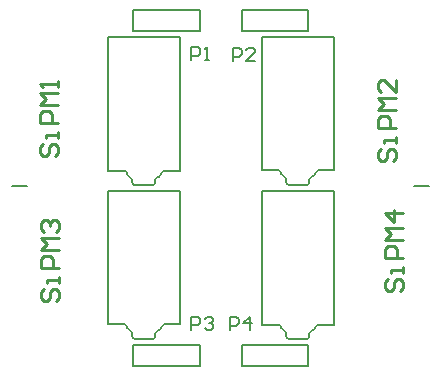
<source format=gto>
G04 Layer_Color=65535*
%FSAX24Y24*%
%MOIN*%
G70*
G01*
G75*
%ADD16C,0.0100*%
%ADD24C,0.0070*%
%ADD25C,0.0079*%
D16*
X035273Y022590D02*
X035173Y022490D01*
Y022290D01*
X035273Y022190D01*
X035373D01*
X035473Y022290D01*
Y022490D01*
X035573Y022590D01*
X035673D01*
X035773Y022490D01*
Y022290D01*
X035673Y022190D01*
X035773Y022790D02*
Y022990D01*
Y022890D01*
X035373D01*
Y022790D01*
X035773Y023290D02*
X035173D01*
Y023590D01*
X035273Y023690D01*
X035473D01*
X035573Y023590D01*
Y023290D01*
X035773Y023889D02*
X035173D01*
X035373Y024089D01*
X035173Y024289D01*
X035773D01*
Y024789D02*
X035173D01*
X035473Y024489D01*
Y024889D01*
X023803Y022260D02*
X023703Y022160D01*
Y021960D01*
X023803Y021860D01*
X023903D01*
X024003Y021960D01*
Y022160D01*
X024103Y022260D01*
X024203D01*
X024303Y022160D01*
Y021960D01*
X024203Y021860D01*
X024303Y022460D02*
Y022660D01*
Y022560D01*
X023903D01*
Y022460D01*
X024303Y022960D02*
X023703D01*
Y023260D01*
X023803Y023360D01*
X024003D01*
X024103Y023260D01*
Y022960D01*
X024303Y023559D02*
X023703D01*
X023903Y023759D01*
X023703Y023959D01*
X024303D01*
X023803Y024159D02*
X023703Y024259D01*
Y024459D01*
X023803Y024559D01*
X023903D01*
X024003Y024459D01*
Y024359D01*
Y024459D01*
X024103Y024559D01*
X024203D01*
X024303Y024459D01*
Y024259D01*
X024203Y024159D01*
X035043Y026910D02*
X034943Y026810D01*
Y026610D01*
X035043Y026510D01*
X035143D01*
X035243Y026610D01*
Y026810D01*
X035343Y026910D01*
X035443D01*
X035543Y026810D01*
Y026610D01*
X035443Y026510D01*
X035543Y027110D02*
Y027310D01*
Y027210D01*
X035143D01*
Y027110D01*
X035543Y027610D02*
X034943D01*
Y027910D01*
X035043Y028010D01*
X035243D01*
X035343Y027910D01*
Y027610D01*
X035543Y028209D02*
X034943D01*
X035143Y028409D01*
X034943Y028609D01*
X035543D01*
Y029209D02*
Y028809D01*
X035143Y029209D01*
X035043D01*
X034943Y029109D01*
Y028909D01*
X035043Y028809D01*
X023773Y027080D02*
X023673Y026980D01*
Y026780D01*
X023773Y026680D01*
X023873D01*
X023973Y026780D01*
Y026980D01*
X024073Y027080D01*
X024173D01*
X024273Y026980D01*
Y026780D01*
X024173Y026680D01*
X024273Y027280D02*
Y027480D01*
Y027380D01*
X023873D01*
Y027280D01*
X024273Y027780D02*
X023673D01*
Y028080D01*
X023773Y028180D01*
X023973D01*
X024073Y028080D01*
Y027780D01*
X024273Y028379D02*
X023673D01*
X023873Y028579D01*
X023673Y028779D01*
X024273D01*
Y028979D02*
Y029179D01*
Y029079D01*
X023673D01*
X023773Y028979D01*
D24*
X032929Y021067D02*
G03*
X032850Y020989I000000J-000079D01*
G01*
X032771Y020870D02*
G03*
X032850Y020948I000000J000079D01*
G01*
X032732Y020870D02*
G03*
X032653Y020791I000000J-000079D01*
G01*
X032535Y020574D02*
G03*
X032653Y020693I000000J000118D01*
G01*
X031866D02*
G03*
X031984Y020574I000118J000000D01*
G01*
X031866Y020791D02*
G03*
X031787Y020870I-000079J000000D01*
G01*
X031708Y020948D02*
G03*
X031787Y020870I000079J000000D01*
G01*
X031708Y020989D02*
G03*
X031630Y021067I-000079J000000D01*
G01*
X027795Y026197D02*
G03*
X027716Y026119I000000J-000079D01*
G01*
X027637Y026000D02*
G03*
X027716Y026078I000000J000079D01*
G01*
X027598Y026000D02*
G03*
X027519Y025921I000000J-000079D01*
G01*
X027401Y025704D02*
G03*
X027519Y025822I000000J000118D01*
G01*
X026732D02*
G03*
X026850Y025704I000118J000000D01*
G01*
X026732Y025921D02*
G03*
X026653Y026000I-000079J000000D01*
G01*
X026574Y026078D02*
G03*
X026653Y026000I000079J000000D01*
G01*
X026574Y026119D02*
G03*
X026496Y026197I-000079J000000D01*
G01*
X032929Y026201D02*
G03*
X032850Y026122I000000J-000079D01*
G01*
X032771Y026004D02*
G03*
X032850Y026082I000000J000079D01*
G01*
X032732Y026004D02*
G03*
X032653Y025925I000000J-000079D01*
G01*
X032535Y025708D02*
G03*
X032653Y025826I000000J000118D01*
G01*
X031866D02*
G03*
X031984Y025708I000118J000000D01*
G01*
X031866Y025925D02*
G03*
X031787Y026004I-000079J000000D01*
G01*
X031708Y026082D02*
G03*
X031787Y026004I000079J000000D01*
G01*
X031708Y026122D02*
G03*
X031630Y026201I-000079J000000D01*
G01*
X027795Y021071D02*
G03*
X027716Y020993I000000J-000079D01*
G01*
X027637Y020874D02*
G03*
X027716Y020952I000000J000079D01*
G01*
X027598Y020874D02*
G03*
X027519Y020795I000000J-000079D01*
G01*
X027401Y020578D02*
G03*
X027519Y020696I000000J000118D01*
G01*
X026732D02*
G03*
X026850Y020578I000118J000000D01*
G01*
X026732Y020795D02*
G03*
X026653Y020874I-000079J000000D01*
G01*
X026574Y020952D02*
G03*
X026653Y020874I000079J000000D01*
G01*
X026574Y020993D02*
G03*
X026496Y021071I-000079J000000D01*
G01*
X031057Y025511D02*
X033462D01*
Y021067D02*
Y025511D01*
X032929Y021067D02*
X033462D01*
X032850Y020948D02*
Y020989D01*
X032732Y020870D02*
X032771D01*
X032653Y020693D02*
Y020791D01*
X031984Y020574D02*
X032535D01*
X031866Y020693D02*
Y020791D01*
X031708Y020948D02*
Y020989D01*
X031057Y021067D02*
X031630D01*
X031057D02*
Y025511D01*
X025923Y030641D02*
X028328D01*
Y026197D02*
Y030641D01*
X027795Y026197D02*
X028328D01*
X027716Y026078D02*
Y026119D01*
X027598Y026000D02*
X027637D01*
X027519Y025822D02*
Y025921D01*
X026850Y025704D02*
X027401D01*
X026732Y025822D02*
Y025921D01*
X026574Y026078D02*
Y026119D01*
X025923Y026197D02*
X026496D01*
X025923D02*
Y030641D01*
X031057Y030645D02*
X033462D01*
Y026201D02*
Y030645D01*
X032929Y026201D02*
X033462D01*
X032850Y026082D02*
Y026122D01*
X032732Y026004D02*
X032771D01*
X032653Y025826D02*
Y025925D01*
X031984Y025708D02*
X032535D01*
X031866Y025826D02*
Y025925D01*
X031708Y026082D02*
Y026122D01*
X031057Y026201D02*
X031630D01*
X031057D02*
Y030645D01*
X025923Y025515D02*
X028328D01*
Y021071D02*
Y025515D01*
X027795Y021071D02*
X028328D01*
X027716Y020952D02*
Y020993D01*
X027598Y020874D02*
X027637D01*
X027519Y020696D02*
Y020795D01*
X026850Y020578D02*
X027401D01*
X026732Y020696D02*
Y020795D01*
X026574Y020952D02*
Y020993D01*
X025923Y021071D02*
X026496D01*
X025923D02*
Y025515D01*
D25*
X026779Y030850D02*
X028988D01*
X026779D02*
Y031559D01*
X028988D01*
Y030850D02*
Y031559D01*
X030397D02*
X032606D01*
Y030850D02*
Y031559D01*
X030397Y030850D02*
X032606D01*
X030397D02*
Y031559D01*
Y020397D02*
X032606D01*
Y019689D02*
Y020397D01*
X030397Y019689D02*
X032606D01*
X030397D02*
Y020397D01*
X026779Y019689D02*
X028988D01*
X026779D02*
Y020397D01*
X028988D01*
Y019689D02*
Y020397D01*
X022727Y025693D02*
X023238D01*
X036137D02*
X036648D01*
X029993Y020880D02*
Y021323D01*
X030214D01*
X030288Y021249D01*
Y021101D01*
X030214Y021028D01*
X029993D01*
X030657Y020880D02*
Y021323D01*
X030435Y021101D01*
X030730D01*
X028713Y020890D02*
Y021333D01*
X028934D01*
X029008Y021259D01*
Y021111D01*
X028934Y021038D01*
X028713D01*
X029155Y021259D02*
X029229Y021333D01*
X029377D01*
X029450Y021259D01*
Y021185D01*
X029377Y021111D01*
X029303D01*
X029377D01*
X029450Y021038D01*
Y020964D01*
X029377Y020890D01*
X029229D01*
X029155Y020964D01*
X030093Y029850D02*
Y030293D01*
X030314D01*
X030388Y030219D01*
Y030071D01*
X030314Y029998D01*
X030093D01*
X030830Y029850D02*
X030535D01*
X030830Y030145D01*
Y030219D01*
X030757Y030293D01*
X030609D01*
X030535Y030219D01*
X028713Y029870D02*
Y030313D01*
X028934D01*
X029008Y030239D01*
Y030091D01*
X028934Y030018D01*
X028713D01*
X029155Y029870D02*
X029303D01*
X029229D01*
Y030313D01*
X029155Y030239D01*
M02*

</source>
